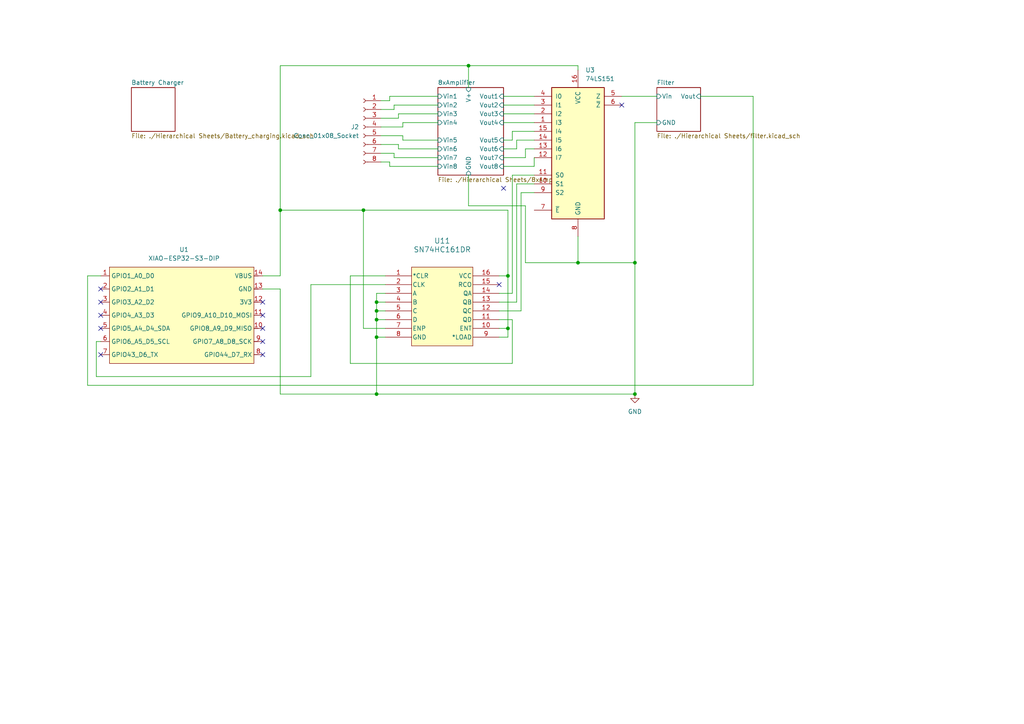
<source format=kicad_sch>
(kicad_sch (version 20250114) (generator "eeschema") (generator_version "9.0")
  (paper "A4")
  (lib_symbols
    (symbol "74xx:74LS151" (pin_names (offset 1.016))
      (property "Reference" "U" (at -7.62 19.05 0))
      (property "Value" "74LS151" (at -7.62 -21.59 0))
      (symbol "74LS151_1_0"
        (pin input line (at -12.7 15.24 0) (length 5.08) (name "I0") (number "4"))
        (pin input line (at -12.7 12.7 0) (length 5.08) (name "I1") (number "3"))
        (pin input line (at -12.7 10.16 0) (length 5.08) (name "I2") (number "2"))
        (pin input line (at -12.7 7.62 0) (length 5.08) (name "I3") (number "1"))
        (pin input line (at -12.7 5.08 0) (length 5.08) (name "I4") (number "15"))
        (pin input line (at -12.7 2.54 0) (length 5.08) (name "I5") (number "14"))
        (pin input line (at -12.7 0 0) (length 5.08) (name "I6") (number "13"))
        (pin input line (at -12.7 -2.54 0) (length 5.08) (name "I7") (number "12"))
        (pin input line (at -12.7 -7.62 0) (length 5.08) (name "S0") (number "11"))
        (pin input line (at -12.7 -10.16 0) (length 5.08) (name "S1") (number "10"))
        (pin input line (at -12.7 -12.7 0) (length 5.08) (name "S2") (number "9"))
        (pin input line (at -12.7 -17.78 0) (length 5.08) (name "~{E}") (number "7"))
        (pin power_in line (at 0 22.86 270) (length 5.08) (name "VCC") (number "16"))
        (pin power_in line (at 0 -25.4 90) (length 5.08) (name "GND") (number "8"))
        (pin output line (at 12.7 15.24 180) (length 5.08) (name "Z") (number "5"))
        (pin output line (at 12.7 12.7 180) (length 5.08) (name "~{Z}") (number "6"))
      )
      (symbol "74LS151_1_1"
        (rectangle (start -7.62 17.78) (end 7.62 -20.32) (stroke (width 0.254)) (fill (type background)))
      )
    )
    (symbol "Capstone:SN74HC161DR" (pin_names (offset 0.254))
      (property "Reference" "U" (at 16.256 9.906 0))
      (property "Value" "SN74HC161DR" (at 16.256 7.366 0))
      (symbol "SN74HC161DR_0_1"
        (pin input line (at 0 0 0) (length 7.62) (name "*CLR") (number "1"))
        (pin input line (at 0 -2.54 0) (length 7.62) (name "CLK") (number "2"))
        (pin input line (at 0 -5.08 0) (length 7.62) (name "A") (number "3"))
        (pin input line (at 0 -7.62 0) (length 7.62) (name "B") (number "4"))
        (pin input line (at 0 -10.16 0) (length 7.62) (name "C") (number "5"))
        (pin input line (at 0 -12.7 0) (length 7.62) (name "D") (number "6"))
        (pin input line (at 0 -15.24 0) (length 7.62) (name "ENP") (number "7"))
        (pin power_in line (at 0 -17.78 0) (length 7.62) (name "GND") (number "8"))
        (pin power_in line (at 33.02 0 180) (length 7.62) (name "VCC") (number "16"))
        (pin output line (at 33.02 -2.54 180) (length 7.62) (name "RCO") (number "15"))
        (pin output line (at 33.02 -5.08 180) (length 7.62) (name "QA") (number "14"))
        (pin output line (at 33.02 -7.62 180) (length 7.62) (name "QB") (number "13"))
        (pin output line (at 33.02 -10.16 180) (length 7.62) (name "QC") (number "12"))
        (pin output line (at 33.02 -12.7 180) (length 7.62) (name "QD") (number "11"))
        (pin input line (at 33.02 -15.24 180) (length 7.62) (name "ENT") (number "10"))
        (pin input line (at 33.02 -17.78 180) (length 7.62) (name "*LOAD") (number "9"))
      )
      (symbol "SN74HC161DR_1_1"
        (rectangle (start 7.62 2.54) (end 25.4 -20.32) (fill (type background)))
      )
    )
    (symbol "Connector:Conn_01x08_Socket" (pin_names (offset 1.016) (hide yes))
      (property "Reference" "J" (at 0 10.16 0))
      (property "Value" "Conn_01x08_Socket" (at 0 -12.7 0))
      (symbol "Conn_01x08_Socket_1_1"
        (polyline (pts (xy -1.27 7.62) (xy -0.508 7.62)) (stroke (width 0.1524)))
        (polyline (pts (xy -1.27 5.08) (xy -0.508 5.08)) (stroke (width 0.1524)))
        (polyline (pts (xy -1.27 2.54) (xy -0.508 2.54)) (stroke (width 0.1524)))
        (polyline (pts (xy -1.27 0) (xy -0.508 0)) (stroke (width 0.1524)))
        (polyline (pts (xy -1.27 -2.54) (xy -0.508 -2.54)) (stroke (width 0.1524)))
        (polyline (pts (xy -1.27 -5.08) (xy -0.508 -5.08)) (stroke (width 0.1524)))
        (polyline (pts (xy -1.27 -7.62) (xy -0.508 -7.62)) (stroke (width 0.1524)))
        (polyline (pts (xy -1.27 -10.16) (xy -0.508 -10.16)) (stroke (width 0.1524)))
        (arc (start 0 7.112) (mid -0.5058 7.62) (end 0 8.128) (stroke (width 0.1524)))
        (arc (start 0 4.572) (mid -0.5058 5.08) (end 0 5.588) (stroke (width 0.1524)))
        (arc (start 0 2.032) (mid -0.5058 2.54) (end 0 3.048) (stroke (width 0.1524)))
        (arc (start 0 -0.508) (mid -0.5058 0) (end 0 0.508) (stroke (width 0.1524)))
        (arc (start 0 -3.048) (mid -0.5058 -2.54) (end 0 -2.032) (stroke (width 0.1524)))
        (arc (start 0 -5.588) (mid -0.5058 -5.08) (end 0 -4.572) (stroke (width 0.1524)))
        (arc (start 0 -8.128) (mid -0.5058 -7.62) (end 0 -7.112) (stroke (width 0.1524)))
        (arc (start 0 -10.668) (mid -0.5058 -10.16) (end 0 -9.652) (stroke (width 0.1524)))
        (pin passive line (at -5.08 7.62 0) (length 3.81) (name "Pin_1") (number "1"))
        (pin passive line (at -5.08 5.08 0) (length 3.81) (name "Pin_2") (number "2"))
        (pin passive line (at -5.08 2.54 0) (length 3.81) (name "Pin_3") (number "3"))
        (pin passive line (at -5.08 0 0) (length 3.81) (name "Pin_4") (number "4"))
        (pin passive line (at -5.08 -2.54 0) (length 3.81) (name "Pin_5") (number "5"))
        (pin passive line (at -5.08 -5.08 0) (length 3.81) (name "Pin_6") (number "6"))
        (pin passive line (at -5.08 -7.62 0) (length 3.81) (name "Pin_7") (number "7"))
        (pin passive line (at -5.08 -10.16 0) (length 3.81) (name "Pin_8") (number "8"))
      )
    )
    (symbol "Seeed_Studio_XIAO_Series:XIAO-ESP32-S3-DIP"
      (property "Reference" "U" (at 1.27 0.508 0))
      (property "Value" "XIAO-ESP32-S3-DIP" (at 9.652 -1.778 0))
      (symbol "XIAO-ESP32-S3-DIP_1_0"
        (polyline (pts (xy 43.18 -5.08) (xy 41.91 -5.08)) (stroke (width 0.1524)))
        (polyline (pts (xy 43.18 -8.89) (xy 41.91 -8.89)) (stroke (width 0.1524)))
        (polyline (pts (xy 43.18 -12.7) (xy 41.91 -12.7)) (stroke (width 0.1524)))
        (polyline (pts (xy 43.18 -16.51) (xy 41.91 -16.51)) (stroke (width 0.1524)))
        (polyline (pts (xy 43.18 -20.32) (xy 41.91 -20.32)) (stroke (width 0.1524)))
        (polyline (pts (xy 43.18 -24.13) (xy 41.91 -24.13)) (stroke (width 0.1524)))
        (polyline (pts (xy 43.18 -27.94) (xy 41.91 -27.94)) (stroke (width 0.1524)))
        (pin passive line (at -2.54 -5.08 0) (length 2.54) (name "GPIO1_A0_D0") (number "1"))
        (pin passive line (at -2.54 -8.89 0) (length 2.54) (name "GPIO2_A1_D1") (number "2"))
        (pin passive line (at -2.54 -12.7 0) (length 2.54) (name "GPIO3_A2_D2") (number "3"))
        (pin passive line (at -2.54 -16.51 0) (length 2.54) (name "GPIO4_A3_D3") (number "4"))
        (pin passive line (at -2.54 -20.32 0) (length 2.54) (name "GPIO5_A4_D4_SDA") (number "5"))
        (pin passive line (at -2.54 -24.13 0) (length 2.54) (name "GPIO6_A5_D5_SCL") (number "6"))
        (pin passive line (at -2.54 -27.94 0) (length 2.54) (name "GPIO43_D6_TX") (number "7"))
        (pin passive line (at 44.45 -5.08 180) (length 2.54) (name "VBUS") (number "14"))
        (pin passive line (at 44.45 -8.89 180) (length 2.54) (name "GND") (number "13"))
        (pin passive line (at 44.45 -12.7 180) (length 2.54) (name "3V3") (number "12"))
        (pin passive line (at 44.45 -16.51 180) (length 2.54) (name "GPIO9_A10_D10_MOSI") (number "11"))
        (pin passive line (at 44.45 -20.32 180) (length 2.54) (name "GPIO8_A9_D9_MISO") (number "10"))
        (pin passive line (at 44.45 -24.13 180) (length 2.54) (name "GPIO7_A8_D8_SCK") (number "9"))
        (pin passive line (at 44.45 -27.94 180) (length 2.54) (name "GPIO44_D7_RX") (number "8"))
      )
      (symbol "XIAO-ESP32-S3-DIP_1_1"
        (rectangle (start 0 -2.54) (end 41.91 -30.48) (fill (type background)))
      )
    )
    (symbol "power:GND" (power) (pin_numbers (hide yes)) (pin_names (offset 0) (hide yes))
      (property "Value" "GND" (at 0 -3.81 0))
      (symbol "GND_0_1"
        (polyline (pts (xy 0 0) (xy 0 -1.27) (xy 1.27 -1.27) (xy 0 -2.54) (xy -1.27 -1.27) (xy 0 -1.27)))
      )
      (symbol "GND_1_1"
        (pin power_in line (at 0 0 270) (length 0) (name "~") (number "1"))
      )
    )
  )
  (junction (at 105.41 60.96))
  (junction (at 109.22 87.63))
  (junction (at 109.22 114.3))
  (junction (at 109.22 90.17))
  (junction (at 135.89 19.05))
  (junction (at 147.32 95.25))
  (junction (at 184.15 114.3))
  (junction (at 167.64 76.2))
  (junction (at 109.22 97.79))
  (junction (at 184.15 76.2))
  (junction (at 81.28 60.96))
  (junction (at 109.22 92.71))
  (junction (at 147.32 80.01))
  (no_connect (at 144.78 82.55))
  (no_connect (at 29.21 87.63))
  (no_connect (at 29.21 83.82))
  (no_connect (at 76.2 102.87))
  (no_connect (at 146.05 54.61))
  (no_connect (at 29.21 95.25))
  (no_connect (at 76.2 95.25))
  (no_connect (at 29.21 91.44))
  (no_connect (at 76.2 99.06))
  (no_connect (at 76.2 87.63))
  (no_connect (at 180.34 30.48))
  (no_connect (at 76.2 91.44))
  (no_connect (at 29.21 102.87))
  (wire (pts (xy 76.2 83.82) (xy 81.28 83.82)))
  (wire (pts (xy 101.6 80.01) (xy 101.6 105.41)))
  (wire (pts (xy 109.22 90.17) (xy 111.76 90.17)))
  (wire (pts (xy 109.22 90.17) (xy 109.22 92.71)))
  (wire (pts (xy 110.49 41.91) (xy 115.57 41.91)))
  (wire (pts (xy 146.05 43.18) (xy 149.86 43.18)))
  (wire (pts (xy 81.28 83.82) (xy 81.28 114.3)))
  (wire (pts (xy 146.05 30.48) (xy 154.94 30.48)))
  (wire (pts (xy 148.59 50.8) (xy 154.94 50.8)))
  (wire (pts (xy 148.59 38.1) (xy 154.94 38.1)))
  (wire (pts (xy 184.15 35.56) (xy 184.15 76.2)))
  (wire (pts (xy 152.4 43.18) (xy 154.94 43.18)))
  (wire (pts (xy 90.17 82.55) (xy 111.76 82.55)))
  (wire (pts (xy 113.03 48.26) (xy 127 48.26)))
  (wire (pts (xy 109.22 92.71) (xy 111.76 92.71)))
  (wire (pts (xy 135.89 19.05) (xy 167.64 19.05)))
  (wire (pts (xy 115.57 33.02) (xy 127 33.02)))
  (wire (pts (xy 149.86 53.34) (xy 154.94 53.34)))
  (wire (pts (xy 90.17 109.22) (xy 90.17 82.55)))
  (wire (pts (xy 81.28 19.05) (xy 81.28 60.96)))
  (wire (pts (xy 116.84 40.64) (xy 127 40.64)))
  (wire (pts (xy 116.84 36.83) (xy 116.84 35.56)))
  (wire (pts (xy 110.49 31.75) (xy 114.3 31.75)))
  (wire (pts (xy 154.94 48.26) (xy 154.94 45.72)))
  (wire (pts (xy 146.05 27.94) (xy 154.94 27.94)))
  (wire (pts (xy 147.32 80.01) (xy 147.32 60.96)))
  (wire (pts (xy 148.59 40.64) (xy 148.59 38.1)))
  (wire (pts (xy 109.22 97.79) (xy 111.76 97.79)))
  (wire (pts (xy 105.41 60.96) (xy 81.28 60.96)))
  (wire (pts (xy 110.49 36.83) (xy 116.84 36.83)))
  (wire (pts (xy 114.3 31.75) (xy 114.3 30.48)))
  (wire (pts (xy 113.03 29.21) (xy 113.03 27.94)))
  (wire (pts (xy 110.49 39.37) (xy 116.84 39.37)))
  (wire (pts (xy 109.22 87.63) (xy 109.22 90.17)))
  (wire (pts (xy 110.49 34.29) (xy 115.57 34.29)))
  (wire (pts (xy 109.22 87.63) (xy 111.76 87.63)))
  (wire (pts (xy 184.15 76.2) (xy 184.15 114.3)))
  (wire (pts (xy 114.3 44.45) (xy 114.3 45.72)))
  (wire (pts (xy 152.4 59.69) (xy 152.4 76.2)))
  (wire (pts (xy 110.49 46.99) (xy 113.03 46.99)))
  (wire (pts (xy 148.59 85.09) (xy 144.78 85.09)))
  (wire (pts (xy 146.05 33.02) (xy 154.94 33.02)))
  (wire (pts (xy 146.05 40.64) (xy 148.59 40.64)))
  (wire (pts (xy 110.49 29.21) (xy 113.03 29.21)))
  (wire (pts (xy 113.03 46.99) (xy 113.03 48.26)))
  (wire (pts (xy 144.78 87.63) (xy 149.86 87.63)))
  (wire (pts (xy 147.32 95.25) (xy 147.32 80.01)))
  (wire (pts (xy 29.21 99.06) (xy 27.94 99.06)))
  (wire (pts (xy 27.94 99.06) (xy 27.94 109.22)))
  (wire (pts (xy 203.2 27.94) (xy 218.44 27.94)))
  (wire (pts (xy 146.05 35.56) (xy 154.94 35.56)))
  (wire (pts (xy 167.64 76.2) (xy 167.64 68.58)))
  (wire (pts (xy 180.34 27.94) (xy 190.5 27.94)))
  (wire (pts (xy 109.22 97.79) (xy 109.22 114.3)))
  (wire (pts (xy 144.78 97.79) (xy 147.32 97.79)))
  (wire (pts (xy 144.78 95.25) (xy 147.32 95.25)))
  (wire (pts (xy 152.4 45.72) (xy 152.4 43.18)))
  (wire (pts (xy 148.59 92.71) (xy 144.78 92.71)))
  (wire (pts (xy 218.44 27.94) (xy 218.44 111.76)))
  (wire (pts (xy 25.4 80.01) (xy 29.21 80.01)))
  (wire (pts (xy 25.4 111.76) (xy 25.4 80.01)))
  (wire (pts (xy 151.13 55.88) (xy 154.94 55.88)))
  (wire (pts (xy 144.78 90.17) (xy 151.13 90.17)))
  (wire (pts (xy 111.76 85.09) (xy 109.22 85.09)))
  (wire (pts (xy 146.05 45.72) (xy 152.4 45.72)))
  (wire (pts (xy 109.22 114.3) (xy 184.15 114.3)))
  (wire (pts (xy 109.22 114.3) (xy 81.28 114.3)))
  (wire (pts (xy 147.32 97.79) (xy 147.32 95.25)))
  (wire (pts (xy 116.84 39.37) (xy 116.84 40.64)))
  (wire (pts (xy 109.22 85.09) (xy 109.22 87.63)))
  (wire (pts (xy 135.89 59.69) (xy 152.4 59.69)))
  (wire (pts (xy 111.76 80.01) (xy 101.6 80.01)))
  (wire (pts (xy 81.28 80.01) (xy 81.28 60.96)))
  (wire (pts (xy 184.15 76.2) (xy 167.64 76.2)))
  (wire (pts (xy 105.41 95.25) (xy 105.41 60.96)))
  (wire (pts (xy 151.13 55.88) (xy 151.13 90.17)))
  (wire (pts (xy 146.05 48.26) (xy 154.94 48.26)))
  (wire (pts (xy 135.89 19.05) (xy 135.89 25.4)))
  (wire (pts (xy 152.4 76.2) (xy 167.64 76.2)))
  (wire (pts (xy 113.03 27.94) (xy 127 27.94)))
  (wire (pts (xy 149.86 40.64) (xy 154.94 40.64)))
  (wire (pts (xy 27.94 109.22) (xy 90.17 109.22)))
  (wire (pts (xy 110.49 44.45) (xy 114.3 44.45)))
  (wire (pts (xy 135.89 50.8) (xy 135.89 59.69)))
  (wire (pts (xy 147.32 60.96) (xy 105.41 60.96)))
  (wire (pts (xy 25.4 111.76) (xy 218.44 111.76)))
  (wire (pts (xy 109.22 92.71) (xy 109.22 97.79)))
  (wire (pts (xy 144.78 80.01) (xy 147.32 80.01)))
  (wire (pts (xy 115.57 34.29) (xy 115.57 33.02)))
  (wire (pts (xy 148.59 105.41) (xy 148.59 92.71)))
  (wire (pts (xy 167.64 19.05) (xy 167.64 20.32)))
  (wire (pts (xy 81.28 19.05) (xy 135.89 19.05)))
  (wire (pts (xy 190.5 35.56) (xy 184.15 35.56)))
  (wire (pts (xy 149.86 43.18) (xy 149.86 40.64)))
  (wire (pts (xy 111.76 95.25) (xy 105.41 95.25)))
  (wire (pts (xy 116.84 35.56) (xy 127 35.56)))
  (wire (pts (xy 149.86 53.34) (xy 149.86 87.63)))
  (wire (pts (xy 115.57 43.18) (xy 127 43.18)))
  (wire (pts (xy 76.2 80.01) (xy 81.28 80.01)))
  (wire (pts (xy 114.3 30.48) (xy 127 30.48)))
  (wire (pts (xy 114.3 45.72) (xy 127 45.72)))
  (wire (pts (xy 148.59 50.8) (xy 148.59 85.09)))
  (wire (pts (xy 115.57 41.91) (xy 115.57 43.18)))
  (wire (pts (xy 101.6 105.41) (xy 148.59 105.41)))
  (symbol (lib_id "Connector:Conn_01x08_Socket") (at 105.41 36.83 0) (mirror y) (unit 1)
    (property "Reference" "J2" (at 104.14 36.8299 0) (effects (justify left)))
    (property "Value" "Conn_01x08_Socket" (at 104.14 39.3699 0) (effects (justify left)))
    (property "Description" "Generic connector, single row, 01x08, script generated" (effects (hide yes)))
  )
  (symbol (lib_id "74xx:74LS151") (at 167.64 43.18 0) (unit 1)
    (property "Reference" "U3" (at 169.7833 20.32 0) (effects (justify left)))
    (property "Value" "74LS151" (at 169.7833 22.86 0) (effects (justify left)))
    (property "Footprint" "CapstoneFootprints:D16" (effects (hide yes)))
    (property "Datasheet" "http://www.ti.com/lit/gpn/sn74LS151" (effects (hide yes)))
    (property "Description" "Multiplexer 8 to 1" (effects (hide yes)))
  )
  (symbol (lib_id "power:GND") (at 184.15 114.3 0) (unit 1)
    (property "Reference" "#PWR01" (effects (hide yes)))
    (property "Value" "GND" (at 184.15 119.38 0))
    (property "Description" "Power symbol creates a global label with name \"GND\" , ground" (effects (hide yes)))
  )
  (symbol (lib_id "Seeed_Studio_XIAO_Series:XIAO-ESP32-S3-DIP") (at 31.75 74.93 0) (unit 1) (exclude_from_sim yes)
    (property "Reference" "U1" (at 53.3781 72.39 0))
    (property "Value" "XIAO-ESP32-S3-DIP" (at 53.3781 74.93 0))
    (property "Footprint" "CapstoneFootprints:XIAO-ESP32-S3-DIP" (effects (hide yes)))
  )
  (symbol (lib_id "Capstone:SN74HC161DR") (at 111.76 80.01 0) (unit 1)
    (property "Reference" "U11" (at 128.27 69.85 0) (effects (font (size 1.524 1.524))))
    (property "Value" "SN74HC161DR" (at 128.27 72.39 0) (effects (font (size 1.524 1.524))))
    (property "Footprint" "CapstoneFootprints:D16" (effects (hide yes)))
    (property "Datasheet" "https://www.ti.com/lit/gpn/sn74hc161" (effects (hide yes)))
    (property "Sim.Library" ".\\" (effects (hide yes)))
  )
  (sheet (at 190.5 25.4) (size 12.7 12.7) (stroke (width 0.1524))
    (property "Sheetname" "Filter" (at 190.5 24.6884 0) (effects (justify left bottom)))
    (property "Sheetfile" "./Hierarchical Sheets/filter.kicad_sch" (at 190.5 38.6846 0) (effects (justify left top)))
    (pin "GND" input (at 190.5 35.56 180))
    (pin "Vin" input (at 190.5 27.94 180))
    (pin "Vout" input (at 203.2 27.94 0))
  )
  (sheet (at 127 25.4) (size 19.05 25.4) (stroke (width 0.1524))
    (property "Sheetname" "8xAmplifier" (at 127 24.6884 0) (effects (justify left bottom)))
    (property "Sheetfile" "./Hierarchical Sheets/8xAmplifier.kicad_sch" (at 127 51.3846 0) (effects (justify left top)))
    (pin "GND" input (at 135.89 50.8 270))
    (pin "V+" input (at 135.89 25.4 90))
    (pin "Vin1" input (at 127 27.94 180))
    (pin "Vin2" input (at 127 30.48 180))
    (pin "Vin3" input (at 127 33.02 180))
    (pin "Vin4" input (at 127 35.56 180))
    (pin "Vin5" input (at 127 40.64 180))
    (pin "Vin6" input (at 127 43.18 180))
    (pin "Vin7" input (at 127 45.72 180))
    (pin "Vin8" input (at 127 48.26 180))
    (pin "Vout1" input (at 146.05 27.94 0))
    (pin "Vout2" input (at 146.05 30.48 0))
    (pin "Vout3" input (at 146.05 33.02 0))
    (pin "Vout4" input (at 146.05 35.56 0))
    (pin "Vout5" input (at 146.05 40.64 0))
    (pin "Vout6" input (at 146.05 43.18 0))
    (pin "Vout7" input (at 146.05 45.72 0))
    (pin "Vout8" input (at 146.05 48.26 0))
  )
  (sheet (at 38.1 25.4) (size 12.7 12.7) (stroke (width 0.1524))
    (property "Sheetname" "Battery Charger" (at 38.1 24.6884 0) (effects (justify left bottom)))
    (property "Sheetfile" "./Hierarchical Sheets/Battery_charging.kicad_sch" (at 38.1 38.6846 0) (effects (justify left top)))
  )
)
</source>
